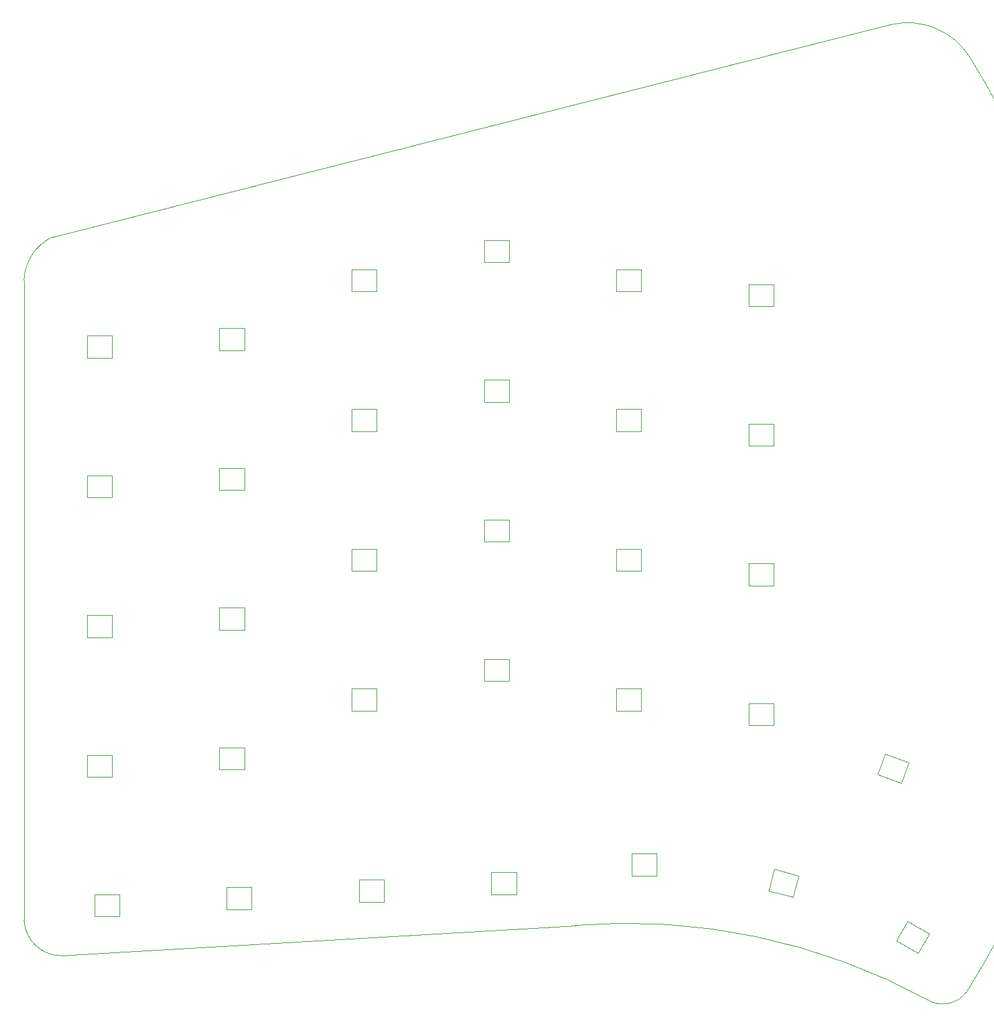
<source format=gbr>
%TF.GenerationSoftware,KiCad,Pcbnew,(6.0.0)*%
%TF.CreationDate,2022-02-08T17:16:42+09:00*%
%TF.ProjectId,brimstone2,6272696d-7374-46f6-9e65-322e6b696361,rev?*%
%TF.SameCoordinates,Original*%
%TF.FileFunction,Profile,NP*%
%FSLAX46Y46*%
G04 Gerber Fmt 4.6, Leading zero omitted, Abs format (unit mm)*
G04 Created by KiCad (PCBNEW (6.0.0)) date 2022-02-08 17:16:42*
%MOMM*%
%LPD*%
G01*
G04 APERTURE LIST*
%TA.AperFunction,Profile*%
%ADD10C,0.100000*%
%TD*%
%TA.AperFunction,Profile*%
%ADD11C,0.120000*%
%TD*%
G04 APERTURE END LIST*
D10*
X34287500Y-64192500D02*
X34300000Y-151175000D01*
X38167500Y-58252501D02*
G75*
G03*
X34287500Y-64192500I2819903J-6079162D01*
G01*
X162590000Y-160825000D02*
G75*
G03*
X162961896Y-33818003I-101753078J63801992D01*
G01*
X39300000Y-155993214D02*
X109300000Y-151885000D01*
X157050000Y-161935001D02*
G75*
G03*
X162590000Y-160825000I2198336J3408169D01*
G01*
X34300000Y-151175000D02*
G75*
G03*
X39300000Y-155993214I5000382J185612D01*
G01*
X162961896Y-33818003D02*
G75*
G03*
X152216896Y-29360000I-8515463J-5346395D01*
G01*
X38167500Y-58252500D02*
X152216896Y-29360000D01*
X157050000Y-161935000D02*
G75*
G03*
X109300000Y-151885000I-40743949J-75123488D01*
G01*
D11*
%TO.C,D123*%
X118255600Y-103685600D02*
X114855600Y-103685600D01*
X114855600Y-103685600D02*
X114855600Y-100685600D01*
X118255600Y-100685600D02*
X118255600Y-103685600D01*
X114855600Y-100685600D02*
X118255600Y-100685600D01*
%TO.C,D109*%
X60855600Y-127685600D02*
X64255600Y-127685600D01*
X64255600Y-127685600D02*
X64255600Y-130685600D01*
X60855600Y-130685600D02*
X60855600Y-127685600D01*
X64255600Y-130685600D02*
X60855600Y-130685600D01*
%TO.C,D108*%
X64255600Y-108685600D02*
X64255600Y-111685600D01*
X60855600Y-111685600D02*
X60855600Y-108685600D01*
X64255600Y-111685600D02*
X60855600Y-111685600D01*
X60855600Y-108685600D02*
X64255600Y-108685600D01*
%TO.C,D44*%
X150397210Y-131358526D02*
X151423271Y-128539448D01*
X154618226Y-129702316D02*
X153592165Y-132521394D01*
X153592165Y-132521394D02*
X150397210Y-131358526D01*
X151423271Y-128539448D02*
X154618226Y-129702316D01*
%TO.C,D112*%
X78855600Y-84685600D02*
X78855600Y-81685600D01*
X82255600Y-81685600D02*
X82255600Y-84685600D01*
X82255600Y-84685600D02*
X78855600Y-84685600D01*
X78855600Y-81685600D02*
X82255600Y-81685600D01*
%TO.C,D117*%
X96855600Y-80685600D02*
X96855600Y-77685600D01*
X96855600Y-77685600D02*
X100255600Y-77685600D01*
X100255600Y-80685600D02*
X96855600Y-80685600D01*
X100255600Y-77685600D02*
X100255600Y-80685600D01*
%TO.C,D116*%
X100255600Y-61685600D02*
X96855600Y-61685600D01*
X100255600Y-58685600D02*
X100255600Y-61685600D01*
X96855600Y-61685600D02*
X96855600Y-58685600D01*
X96855600Y-58685600D02*
X100255600Y-58685600D01*
%TO.C,D125*%
X116940684Y-145133625D02*
X116940684Y-142133625D01*
X120340684Y-142133625D02*
X120340684Y-145133625D01*
X120340684Y-145133625D02*
X116940684Y-145133625D01*
X116940684Y-142133625D02*
X120340684Y-142133625D01*
%TO.C,D102*%
X42855600Y-90685600D02*
X46255600Y-90685600D01*
X42855600Y-93685600D02*
X42855600Y-90685600D01*
X46255600Y-93685600D02*
X42855600Y-93685600D01*
X46255600Y-90685600D02*
X46255600Y-93685600D01*
%TO.C,D126*%
X132855600Y-67685600D02*
X132855600Y-64685600D01*
X136255600Y-64685600D02*
X136255600Y-67685600D01*
X136255600Y-67685600D02*
X132855600Y-67685600D01*
X132855600Y-64685600D02*
X136255600Y-64685600D01*
%TO.C,D118*%
X96855600Y-96685600D02*
X100255600Y-96685600D01*
X96855600Y-99685600D02*
X96855600Y-96685600D01*
X100255600Y-96685600D02*
X100255600Y-99685600D01*
X100255600Y-99685600D02*
X96855600Y-99685600D01*
%TO.C,D129*%
X132855600Y-124685600D02*
X132855600Y-121685600D01*
X132855600Y-121685600D02*
X136255600Y-121685600D01*
X136255600Y-121685600D02*
X136255600Y-124685600D01*
X136255600Y-124685600D02*
X132855600Y-124685600D01*
%TO.C,D110*%
X61855600Y-149685600D02*
X61855600Y-146685600D01*
X65255600Y-149685600D02*
X61855600Y-149685600D01*
X65255600Y-146685600D02*
X65255600Y-149685600D01*
X61855600Y-146685600D02*
X65255600Y-146685600D01*
%TO.C,D114*%
X78855600Y-119685600D02*
X82255600Y-119685600D01*
X82255600Y-122685600D02*
X78855600Y-122685600D01*
X82255600Y-119685600D02*
X82255600Y-122685600D01*
X78855600Y-122685600D02*
X78855600Y-119685600D01*
%TO.C,D113*%
X82255600Y-100685600D02*
X82255600Y-103685600D01*
X82255600Y-103685600D02*
X78855600Y-103685600D01*
X78855600Y-103685600D02*
X78855600Y-100685600D01*
X78855600Y-100685600D02*
X82255600Y-100685600D01*
%TO.C,D119*%
X96855600Y-118685600D02*
X96855600Y-115685600D01*
X100255600Y-118685600D02*
X96855600Y-118685600D01*
X100255600Y-115685600D02*
X100255600Y-118685600D01*
X96855600Y-115685600D02*
X100255600Y-115685600D01*
%TO.C,D128*%
X132855600Y-105685600D02*
X132855600Y-102685600D01*
X136255600Y-105685600D02*
X132855600Y-105685600D01*
X132855600Y-102685600D02*
X136255600Y-102685600D01*
X136255600Y-102685600D02*
X136255600Y-105685600D01*
%TO.C,D115*%
X79855600Y-145685600D02*
X83255600Y-145685600D01*
X83255600Y-145685600D02*
X83255600Y-148685600D01*
X79855600Y-148685600D02*
X79855600Y-145685600D01*
X83255600Y-148685600D02*
X79855600Y-148685600D01*
%TO.C,D104*%
X46255600Y-128685600D02*
X46255600Y-131685600D01*
X46255600Y-131685600D02*
X42855600Y-131685600D01*
X42855600Y-128685600D02*
X46255600Y-128685600D01*
X42855600Y-131685600D02*
X42855600Y-128685600D01*
%TO.C,D120*%
X97855600Y-147685600D02*
X97855600Y-144685600D01*
X101255600Y-144685600D02*
X101255600Y-147685600D01*
X101255600Y-147685600D02*
X97855600Y-147685600D01*
X97855600Y-144685600D02*
X101255600Y-144685600D01*
%TO.C,D105*%
X43855600Y-147685600D02*
X47255600Y-147685600D01*
X47255600Y-147685600D02*
X47255600Y-150685600D01*
X43855600Y-150685600D02*
X43855600Y-147685600D01*
X47255600Y-150685600D02*
X43855600Y-150685600D01*
%TO.C,D121*%
X114855600Y-62685600D02*
X118255600Y-62685600D01*
X114855600Y-65685600D02*
X114855600Y-62685600D01*
X118255600Y-65685600D02*
X114855600Y-65685600D01*
X118255600Y-62685600D02*
X118255600Y-65685600D01*
%TO.C,D130*%
X135605233Y-147150613D02*
X136381690Y-144252836D01*
X136381690Y-144252836D02*
X139665837Y-145132821D01*
X138889380Y-148030598D02*
X135605233Y-147150613D01*
X139665837Y-145132821D02*
X138889380Y-148030598D01*
%TO.C,D124*%
X118255600Y-119685600D02*
X118255600Y-122685600D01*
X118255600Y-122685600D02*
X114855600Y-122685600D01*
X114855600Y-122685600D02*
X114855600Y-119685600D01*
X114855600Y-119685600D02*
X118255600Y-119685600D01*
%TO.C,D127*%
X136255600Y-86685600D02*
X132855600Y-86685600D01*
X132855600Y-83685600D02*
X136255600Y-83685600D01*
X136255600Y-83685600D02*
X136255600Y-86685600D01*
X132855600Y-86685600D02*
X132855600Y-83685600D01*
%TO.C,D122*%
X114855600Y-81685600D02*
X118255600Y-81685600D01*
X118255600Y-81685600D02*
X118255600Y-84685600D01*
X118255600Y-84685600D02*
X114855600Y-84685600D01*
X114855600Y-84685600D02*
X114855600Y-81685600D01*
%TO.C,D107*%
X60855600Y-89685600D02*
X64255600Y-89685600D01*
X64255600Y-89685600D02*
X64255600Y-92685600D01*
X64255600Y-92685600D02*
X60855600Y-92685600D01*
X60855600Y-92685600D02*
X60855600Y-89685600D01*
%TO.C,D103*%
X42855600Y-112685600D02*
X42855600Y-109685600D01*
X46255600Y-109685600D02*
X46255600Y-112685600D01*
X46255600Y-112685600D02*
X42855600Y-112685600D01*
X42855600Y-109685600D02*
X46255600Y-109685600D01*
%TO.C,D111*%
X82255600Y-65685600D02*
X78855600Y-65685600D01*
X82255600Y-62685600D02*
X82255600Y-65685600D01*
X78855600Y-65685600D02*
X78855600Y-62685600D01*
X78855600Y-62685600D02*
X82255600Y-62685600D01*
%TO.C,D101*%
X46255600Y-71685600D02*
X46255600Y-74685600D01*
X46255600Y-74685600D02*
X42855600Y-74685600D01*
X42855600Y-74685600D02*
X42855600Y-71685600D01*
X42855600Y-71685600D02*
X46255600Y-71685600D01*
%TO.C,D106*%
X64255600Y-70685600D02*
X64255600Y-73685600D01*
X64255600Y-73685600D02*
X60855600Y-73685600D01*
X60855600Y-73685600D02*
X60855600Y-70685600D01*
X60855600Y-70685600D02*
X64255600Y-70685600D01*
%TO.C,D43*%
X155908432Y-155643102D02*
X152963946Y-153943102D01*
X154463946Y-151345026D02*
X157408432Y-153045026D01*
X157408432Y-153045026D02*
X155908432Y-155643102D01*
X152963946Y-153943102D02*
X154463946Y-151345026D01*
%TD*%
M02*

</source>
